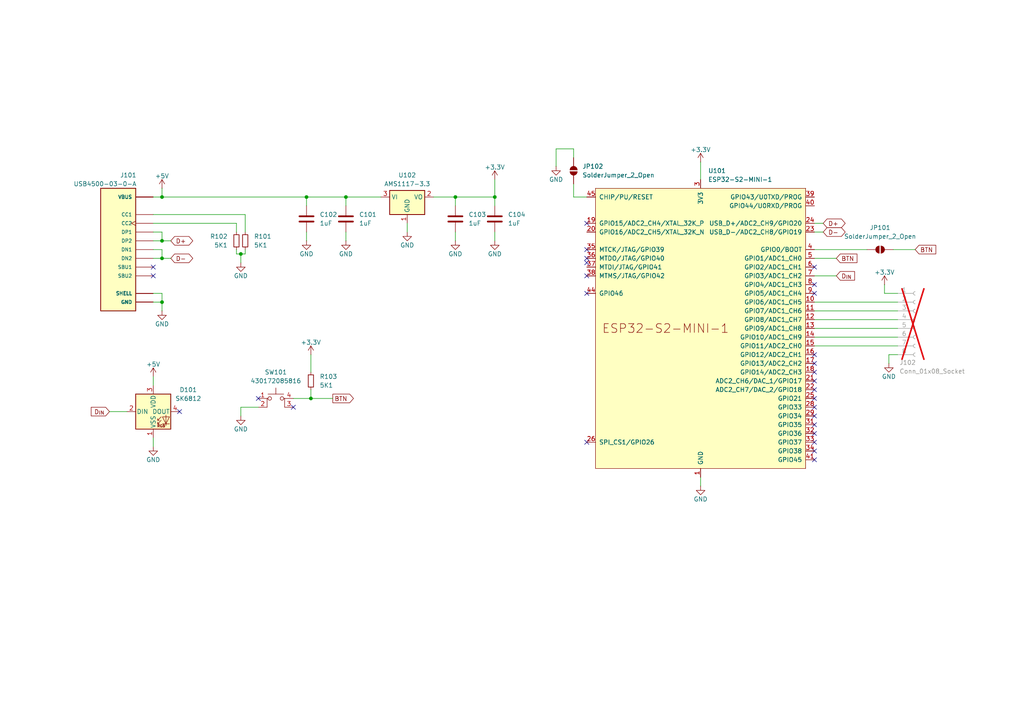
<source format=kicad_sch>
(kicad_sch (version 20231120) (generator "eeschema") (generator_version "8.0")
  (paper "A4")
  (title_block (date "2024-07-19") (rev "V1.0.0") (company "FunDeckHermit personal project"))
  (lib_symbols
    (symbol ".NIT_Capacitors_MLCC:C_0805_50V_1uF" (pin_numbers hide) (pin_names (offset 0.254))
      (property "Reference" "C?" (at 3.81 1.2701 0))
      (property "Value" "1uF" (at 3.81 -1.2699 0))
      (symbol "C_0805_50V_1uF_0_1"
        (polyline (pts (xy -2.032 -0.762) (xy 2.032 -0.762)) (stroke (width 0.508)))
        (polyline (pts (xy -2.032 0.762) (xy 2.032 0.762)) (stroke (width 0.508)))
      )
      (symbol "C_0805_50V_1uF_1_1"
        (pin passive line (at 0 3.81 270) (length 2.794) (name "~") (number "1"))
        (pin passive line (at 0 -3.81 90) (length 2.794) (name "~") (number "2"))
      )
    )
    (symbol ".NIT_Connectors:CON_GLOB_USB4500-03-0-A" (pin_numbers hide) (pin_names (offset 1.016))
      (property "Reference" "J?" (at 5.08 22.098 0))
      (property "Value" "USB4500-03-0-A" (at 5.08 20.066 0))
      (symbol "CON_GLOB_USB4500-03-0-A_0_0"
        (rectangle (start -5.08 17.78) (end 5.08 -17.78) (stroke (width 0.254)) (fill (type background)))
        (pin passive line (at -10.16 -15.24 0) (length 5.08) (name "GND") (number "A1"))
        (pin passive line (at -10.16 -15.24 0) (length 5.08) (name "GND") (number "A12"))
        (pin power_in line (at -10.16 15.24 0) (length 5.08) (name "VBUS") (number "A4"))
        (pin bidirectional line (at -10.16 10.16 0) (length 5.08) (name "CC1") (number "A5"))
        (pin bidirectional line (at -10.16 5.08 0) (length 5.08) (name "DP1") (number "A6"))
        (pin bidirectional line (at -10.16 0 0) (length 5.08) (name "DN1") (number "A7"))
        (pin bidirectional line (at -10.16 -5.08 0) (length 5.08) (name "SBU1") (number "A8"))
        (pin power_in line (at -10.16 15.24 0) (length 5.08) (name "VBUS") (number "A9"))
        (pin passive line (at -10.16 -15.24 0) (length 5.08) (name "GND") (number "B1"))
        (pin passive line (at -10.16 -15.24 0) (length 5.08) (name "GND") (number "B12"))
        (pin power_in line (at -10.16 15.24 0) (length 5.08) (name "VBUS") (number "B4"))
        (pin bidirectional clock (at -10.16 7.62 0) (length 5.08) (name "CC2") (number "B5"))
        (pin bidirectional line (at -10.16 2.54 0) (length 5.08) (name "DP2") (number "B6"))
        (pin bidirectional line (at -10.16 -2.54 0) (length 5.08) (name "DN2") (number "B7"))
        (pin bidirectional line (at -10.16 -7.62 0) (length 5.08) (name "SBU2") (number "B8"))
        (pin power_in line (at -10.16 15.24 0) (length 5.08) (name "VBUS") (number "B9"))
        (pin passive line (at -10.16 -12.7 0) (length 5.08) (name "SHELL") (number "S1"))
        (pin passive line (at -10.16 -12.7 0) (length 5.08) (name "SHELL") (number "S1"))
        (pin passive line (at -10.16 -12.7 0) (length 5.08) (name "SHELL") (number "S1"))
        (pin passive line (at -10.16 -12.7 0) (length 5.08) (name "SHELL") (number "S1"))
      )
    )
    (symbol ".NIT_Leds_and_Opto:LED_ADAF_SK6812" (pin_names (offset 0.254))
      (property "Reference" "D?" (at 3.556 -7.112 0))
      (property "Value" "SK6812" (at 1.016 -7.366 0))
      (symbol "LED_ADAF_SK6812_0_0"
        (text "RGB" (at 2.286 -4.191 0) (effects (font (size 0.762 0.762))))
      )
      (symbol "LED_ADAF_SK6812_0_1"
        (rectangle (start -5.08 5.08) (end 5.08 -5.08) (stroke (width 0.254)) (fill (type background)))
        (polyline (pts (xy 1.27 -3.556) (xy 1.778 -3.556)))
        (polyline (pts (xy 1.27 -2.54) (xy 1.778 -2.54)))
        (polyline (pts (xy 4.699 -3.556) (xy 2.667 -3.556)))
        (polyline (pts (xy 2.286 -2.54) (xy 1.27 -3.556) (xy 1.27 -3.048)))
        (polyline (pts (xy 2.286 -1.524) (xy 1.27 -2.54) (xy 1.27 -2.032)))
        (polyline (pts (xy 3.683 -1.016) (xy 3.683 -3.556) (xy 3.683 -4.064)))
        (polyline (pts (xy 4.699 -1.524) (xy 2.667 -1.524) (xy 3.683 -3.556) (xy 4.699 -1.524)))
      )
      (symbol "LED_ADAF_SK6812_1_1"
        (pin power_in line (at 0 -7.62 90) (length 2.54) (name "VSS") (number "1"))
        (pin input line (at -7.62 0 0) (length 2.54) (name "DIN") (number "2"))
        (pin power_in line (at 0 7.62 270) (length 2.54) (name "VDD") (number "3"))
        (pin output line (at 7.62 0 180) (length 2.54) (name "DOUT") (number "4"))
      )
    )
    (symbol ".NIT_Microcontrollers:MCU_ESP_ESP32-S2-MINI-1" (pin_names (offset 1.016))
      (property "Reference" "U?" (at -30.48 45.72 0))
      (property "Value" "ESP32-S2-MINI-1" (at -30.48 43.18 0))
      (symbol "MCU_ESP_ESP32-S2-MINI-1_0_0"
        (pin power_in line (at 0 -43.18 90) (length 2.54) (name "GND") (number "1"))
        (pin passive line (at 0 -43.18 90) (length 2.54) hide (name "GND") (number "43"))
        (pin input line (at -33.02 10.16 0) (length 2.54) (name "GPIO46") (number "44"))
        (pin bidirectional line (at -33.02 38.1 0) (length 2.54) (name "CHIP/PU/RESET") (number "45"))
        (pin passive line (at 0 -43.18 90) (length 2.54) hide (name "GND") (number "46"))
        (pin passive line (at 0 -43.18 90) (length 2.54) hide (name "GND") (number "47"))
        (pin passive line (at 0 -43.18 90) (length 2.54) hide (name "GND") (number "48"))
        (pin passive line (at 0 -43.18 90) (length 2.54) hide (name "GND") (number "49"))
        (pin passive line (at 0 -43.18 90) (length 2.54) hide (name "GND") (number "50"))
        (pin passive line (at 0 -43.18 90) (length 2.54) hide (name "GND") (number "51"))
        (pin passive line (at 0 -43.18 90) (length 2.54) hide (name "GND") (number "52"))
        (pin passive line (at 0 -43.18 90) (length 2.54) hide (name "GND") (number "53"))
        (pin passive line (at 0 -43.18 90) (length 2.54) hide (name "GND") (number "54"))
        (pin passive line (at 0 -43.18 90) (length 2.54) hide (name "GND") (number "55"))
        (pin passive line (at 0 -43.18 90) (length 2.54) hide (name "GND") (number "56"))
        (pin passive line (at 0 -43.18 90) (length 2.54) hide (name "GND") (number "57"))
        (pin passive line (at 0 -43.18 90) (length 2.54) hide (name "GND") (number "58"))
        (pin passive line (at 0 -43.18 90) (length 2.54) hide (name "GND") (number "59"))
        (pin passive line (at 0 -43.18 90) (length 2.54) hide (name "GND") (number "60"))
        (pin passive line (at 0 -43.18 90) (length 2.54) hide (name "GND") (number "61"))
        (pin passive line (at 0 -43.18 90) (length 2.54) hide (name "GND") (number "62"))
        (pin passive line (at 0 -43.18 90) (length 2.54) hide (name "GND") (number "63"))
        (pin passive line (at 0 -43.18 90) (length 2.54) hide (name "GND") (number "64"))
        (pin passive line (at 0 -43.18 90) (length 2.54) hide (name "GND") (number "65"))
      )
      (symbol "MCU_ESP_ESP32-S2-MINI-1_0_1"
        (rectangle (start -30.48 40.64) (end 30.48 -40.64) (fill (type background)))
      )
      (symbol "MCU_ESP_ESP32-S2-MINI-1_1_1"
        (text "ESP32-S2-MINI-1" (at -10.16 0 0) (effects (font (size 2.54 2.54))))
        (pin bidirectional line (at 33.02 7.62 180) (length 2.54) (name "GPIO6/ADC1_CH5") (number "10"))
        (pin bidirectional line (at 33.02 5.08 180) (length 2.54) (name "GPIO7/ADC1_CH6") (number "11"))
        (pin bidirectional line (at 33.02 2.54 180) (length 2.54) (name "GPIO8/ADC1_CH7") (number "12"))
        (pin bidirectional line (at 33.02 0 180) (length 2.54) (name "GPIO9/ADC1_CH8") (number "13"))
        (pin bidirectional line (at 33.02 -2.54 180) (length 2.54) (name "GPIO10/ADC1_CH9") (number "14"))
        (pin bidirectional line (at 33.02 -5.08 180) (length 2.54) (name "GPIO11/ADC2_CH0") (number "15"))
        (pin bidirectional line (at 33.02 -7.62 180) (length 2.54) (name "GPIO12/ADC2_CH1") (number "16"))
        (pin bidirectional line (at 33.02 -10.16 180) (length 2.54) (name "GPIO13/ADC2_CH2") (number "17"))
        (pin bidirectional line (at 33.02 -12.7 180) (length 2.54) (name "GPIO14/ADC2_CH3") (number "18"))
        (pin bidirectional line (at -33.02 30.48 0) (length 2.54) (name "GPIO15/ADC2_CH4/XTAL_32K_P") (number "19"))
        (pin passive line (at 0 -43.18 90) (length 2.54) hide (name "GND") (number "2"))
        (pin bidirectional line (at -33.02 27.94 0) (length 2.54) (name "GPIO16/ADC2_CH5/XTAL_32K_N") (number "20"))
        (pin bidirectional line (at 33.02 -15.24 180) (length 2.54) (name "ADC2_CH6/DAC_1/GPIO17") (number "21"))
        (pin bidirectional line (at 33.02 -17.78 180) (length 2.54) (name "ADC2_CH7/DAC_2/GPIO18") (number "22"))
        (pin bidirectional line (at 33.02 27.94 180) (length 2.54) (name "USB_D-/ADC2_CH8/GPIO19") (number "23"))
        (pin bidirectional line (at 33.02 30.48 180) (length 2.54) (name "USB_D+/ADC2_CH9/GPIO20") (number "24"))
        (pin bidirectional line (at 33.02 -20.32 180) (length 2.54) (name "GPIO21") (number "25"))
        (pin bidirectional line (at -33.02 -33.02 0) (length 2.54) (name "SPI_CS1/GPIO26") (number "26"))
        (pin no_connect line (at -30.48 -38.1 0) (length 2.54) hide (name "NC") (number "27"))
        (pin bidirectional line (at 33.02 -22.86 180) (length 2.54) (name "GPIO33") (number "28"))
        (pin bidirectional line (at 33.02 -25.4 180) (length 2.54) (name "GPIO34") (number "29"))
        (pin power_in line (at 0 43.18 270) (length 2.54) (name "3V3") (number "3"))
        (pin passive line (at 0 -43.18 90) (length 2.54) hide (name "GND") (number "30"))
        (pin bidirectional line (at 33.02 -27.94 180) (length 2.54) (name "GPIO35") (number "31"))
        (pin bidirectional line (at 33.02 -30.48 180) (length 2.54) (name "GPIO36") (number "32"))
        (pin bidirectional line (at 33.02 -33.02 180) (length 2.54) (name "GPIO37") (number "33"))
        (pin bidirectional line (at 33.02 -35.56 180) (length 2.54) (name "GPIO38") (number "34"))
        (pin bidirectional line (at -33.02 22.86 0) (length 2.54) (name "MTCK/JTAG/GPIO39") (number "35"))
        (pin bidirectional line (at -33.02 20.32 0) (length 2.54) (name "MTDO/JTAG/GPIO40") (number "36"))
        (pin bidirectional line (at -33.02 17.78 0) (length 2.54) (name "MTDI/JTAG/GPIO41") (number "37"))
        (pin bidirectional line (at -33.02 15.24 0) (length 2.54) (name "MTMS/JTAG/GPIO42") (number "38"))
        (pin bidirectional line (at 33.02 38.1 180) (length 2.54) (name "GPIO43/U0TXD/PROG") (number "39"))
        (pin bidirectional line (at 33.02 22.86 180) (length 2.54) (name "GPIO0/BOOT") (number "4"))
        (pin bidirectional line (at 33.02 35.56 180) (length 2.54) (name "GPIO44/U0RXD/PROG") (number "40"))
        (pin bidirectional line (at 33.02 -38.1 180) (length 2.54) (name "GPIO45") (number "41"))
        (pin passive line (at 0 -43.18 90) (length 2.54) hide (name "GND") (number "42"))
        (pin bidirectional line (at 33.02 20.32 180) (length 2.54) (name "GPIO1/ADC1_CH0") (number "5"))
        (pin bidirectional line (at 33.02 17.78 180) (length 2.54) (name "GPIO2/ADC1_CH1") (number "6"))
        (pin bidirectional line (at 33.02 15.24 180) (length 2.54) (name "GPIO3/ADC1_CH2") (number "7"))
        (pin bidirectional line (at 33.02 12.7 180) (length 2.54) (name "GPIO4/ADC1_CH3") (number "8"))
        (pin bidirectional line (at 33.02 10.16 180) (length 2.54) (name "GPIO5/ADC1_CH4") (number "9"))
      )
    )
    (symbol ".NIT_Resistors:R_0603__5K1" (pin_numbers hide) (pin_names (offset 0.254) hide)
      (property "Reference" "R?" (at 2.54 1.2701 0))
      (property "Value" "5K1" (at 2.54 -1.2699 0))
      (symbol "R_0603__5K1_0_1"
        (rectangle (start -0.762 1.778) (end 0.762 -1.778) (stroke (width 0.2032)))
      )
      (symbol "R_0603__5K1_1_1"
        (pin passive line (at 0 2.54 270) (length 0.762) (name "~") (number "1"))
        (pin passive line (at 0 -2.54 90) (length 0.762) (name "~") (number "2"))
      )
    )
    (symbol ".NIT_User_Inputs:BTN_MTRY_430172085816"
      (property "Reference" "SW?" (at 0 8.89 0))
      (property "Value" "430172085816" (at 0 6.35 0))
      (symbol "BTN_MTRY_430172085816_0_1"
        (circle (center -1.778 1.27) (radius 0.508))
        (polyline (pts (xy -2.286 2.54) (xy 2.286 2.54)))
        (polyline (pts (xy 0 2.54) (xy 0 4.318)))
        (polyline (pts (xy -2.54 -1.27) (xy -2.54 1.27) (xy -2.286 1.27)))
        (polyline (pts (xy 2.54 -1.27) (xy 2.54 1.27) (xy 2.286 1.27)))
        (circle (center 1.778 1.27) (radius 0.508))
      )
      (symbol "BTN_MTRY_430172085816_1_1"
        (pin passive line (at -5.08 1.27 0) (length 2.54) (name "") (number "1"))
        (pin passive line (at -5.08 -1.27 0) (length 2.54) (name "") (number "2"))
        (pin passive line (at 5.08 -1.27 180) (length 2.54) (name "") (number "3"))
        (pin passive line (at 5.08 1.27 180) (length 2.54) (name "") (number "4"))
      )
    )
    (symbol "Connector:Conn_01x08_Socket" (pin_names (offset 1.016) hide)
      (property "Reference" "J" (at 0 10.16 0))
      (property "Value" "Conn_01x08_Socket" (at 0 -12.7 0))
      (symbol "Conn_01x08_Socket_1_1"
        (arc (start 0 -9.652) (mid -0.5058 -10.16) (end 0 -10.668) (stroke (width 0.1524)))
        (arc (start 0 -7.112) (mid -0.5058 -7.62) (end 0 -8.128) (stroke (width 0.1524)))
        (arc (start 0 -4.572) (mid -0.5058 -5.08) (end 0 -5.588) (stroke (width 0.1524)))
        (arc (start 0 -2.032) (mid -0.5058 -2.54) (end 0 -3.048) (stroke (width 0.1524)))
        (polyline (pts (xy -1.27 -10.16) (xy -0.508 -10.16)) (stroke (width 0.1524)))
        (polyline (pts (xy -1.27 -7.62) (xy -0.508 -7.62)) (stroke (width 0.1524)))
        (polyline (pts (xy -1.27 -5.08) (xy -0.508 -5.08)) (stroke (width 0.1524)))
        (polyline (pts (xy -1.27 -2.54) (xy -0.508 -2.54)) (stroke (width 0.1524)))
        (polyline (pts (xy -1.27 0) (xy -0.508 0)) (stroke (width 0.1524)))
        (polyline (pts (xy -1.27 2.54) (xy -0.508 2.54)) (stroke (width 0.1524)))
        (polyline (pts (xy -1.27 5.08) (xy -0.508 5.08)) (stroke (width 0.1524)))
        (polyline (pts (xy -1.27 7.62) (xy -0.508 7.62)) (stroke (width 0.1524)))
        (arc (start 0 0.508) (mid -0.5058 0) (end 0 -0.508) (stroke (width 0.1524)))
        (arc (start 0 3.048) (mid -0.5058 2.54) (end 0 2.032) (stroke (width 0.1524)))
        (arc (start 0 5.588) (mid -0.5058 5.08) (end 0 4.572) (stroke (width 0.1524)))
        (arc (start 0 8.128) (mid -0.5058 7.62) (end 0 7.112) (stroke (width 0.1524)))
        (pin passive line (at -5.08 7.62 0) (length 3.81) (name "Pin_1") (number "1"))
        (pin passive line (at -5.08 5.08 0) (length 3.81) (name "Pin_2") (number "2"))
        (pin passive line (at -5.08 2.54 0) (length 3.81) (name "Pin_3") (number "3"))
        (pin passive line (at -5.08 0 0) (length 3.81) (name "Pin_4") (number "4"))
        (pin passive line (at -5.08 -2.54 0) (length 3.81) (name "Pin_5") (number "5"))
        (pin passive line (at -5.08 -5.08 0) (length 3.81) (name "Pin_6") (number "6"))
        (pin passive line (at -5.08 -7.62 0) (length 3.81) (name "Pin_7") (number "7"))
        (pin passive line (at -5.08 -10.16 0) (length 3.81) (name "Pin_8") (number "8"))
      )
    )
    (symbol "Jumper:SolderJumper_2_Open" (pin_numbers hide) (pin_names (offset 0) hide) (exclude_from_sim yes) (in_bom no)
      (property "Reference" "JP" (at 0 2.032 0))
      (property "Value" "SolderJumper_2_Open" (at 0 -2.54 0))
      (symbol "SolderJumper_2_Open_0_1"
        (arc (start -0.254 1.016) (mid -1.2656 0) (end -0.254 -1.016))
        (arc (start -0.254 1.016) (mid -1.2656 0) (end -0.254 -1.016) (fill (type outline)))
        (polyline (pts (xy -0.254 1.016) (xy -0.254 -1.016)))
        (polyline (pts (xy 0.254 1.016) (xy 0.254 -1.016)))
        (arc (start 0.254 -1.016) (mid 1.2656 0) (end 0.254 1.016))
        (arc (start 0.254 -1.016) (mid 1.2656 0) (end 0.254 1.016) (fill (type outline)))
      )
      (symbol "SolderJumper_2_Open_1_1"
        (pin passive line (at -3.81 0 0) (length 2.54) (name "A") (number "1"))
        (pin passive line (at 3.81 0 180) (length 2.54) (name "B") (number "2"))
      )
    )
    (symbol "Regulator_Linear:AMS1117-3.3"
      (property "Reference" "U" (at -3.81 3.175 0))
      (property "Value" "AMS1117-3.3" (at 0 3.175 0))
      (symbol "AMS1117-3.3_0_1"
        (rectangle (start -5.08 -5.08) (end 5.08 1.905) (stroke (width 0.254)) (fill (type background)))
      )
      (symbol "AMS1117-3.3_1_1"
        (pin power_in line (at 0 -7.62 90) (length 2.54) (name "GND") (number "1"))
        (pin power_out line (at 7.62 0 180) (length 2.54) (name "VO") (number "2"))
        (pin power_in line (at -7.62 0 0) (length 2.54) (name "VI") (number "3"))
      )
    )
    (symbol "power:+3.3V" (power) (pin_numbers hide) (pin_names (offset 0) hide)
      (property "Value" "+3.3V" (at 0 3.556 0))
      (symbol "+3.3V_0_1"
        (polyline (pts (xy -0.762 1.27) (xy 0 2.54)))
        (polyline (pts (xy 0 0) (xy 0 2.54)))
        (polyline (pts (xy 0 2.54) (xy 0.762 1.27)))
      )
      (symbol "+3.3V_1_1"
        (pin power_in line (at 0 0 90) (length 0) (name "~") (number "1"))
      )
    )
    (symbol "power:+5V" (power) (pin_numbers hide) (pin_names (offset 0) hide)
      (property "Value" "+5V" (at 0 3.556 0))
      (symbol "+5V_0_1"
        (polyline (pts (xy -0.762 1.27) (xy 0 2.54)))
        (polyline (pts (xy 0 0) (xy 0 2.54)))
        (polyline (pts (xy 0 2.54) (xy 0.762 1.27)))
      )
      (symbol "+5V_1_1"
        (pin power_in line (at 0 0 90) (length 0) (name "~") (number "1"))
      )
    )
    (symbol "power:GND" (power) (pin_numbers hide) (pin_names (offset 0) hide)
      (property "Value" "GND" (at 0 -3.81 0))
      (symbol "GND_0_1"
        (polyline (pts (xy 0 0) (xy 0 -1.27) (xy 1.27 -1.27) (xy 0 -2.54) (xy -1.27 -1.27) (xy 0 -1.27)))
      )
      (symbol "GND_1_1"
        (pin power_in line (at 0 0 270) (length 0) (name "~") (number "1"))
      )
    )
  )
  (junction (at 100.33 57.15))
  (junction (at 143.51 57.15))
  (junction (at 46.99 57.15))
  (junction (at 132.08 57.15))
  (junction (at 69.85 73.66))
  (junction (at 46.99 74.93))
  (junction (at 46.99 87.63))
  (junction (at 46.99 69.85))
  (junction (at 88.9 57.15))
  (junction (at 90.17 115.57))
  (no_connect (at 170.18 72.39))
  (no_connect (at 236.22 123.19))
  (no_connect (at 236.22 107.95))
  (no_connect (at 170.18 74.93))
  (no_connect (at 170.18 80.01))
  (no_connect (at 44.45 80.01))
  (no_connect (at 236.22 118.11))
  (no_connect (at 236.22 102.87))
  (no_connect (at 52.07 119.38))
  (no_connect (at 236.22 120.65))
  (no_connect (at 236.22 105.41))
  (no_connect (at 236.22 85.09))
  (no_connect (at 44.45 77.47))
  (no_connect (at 236.22 125.73))
  (no_connect (at 170.18 128.27))
  (no_connect (at 236.22 82.55))
  (no_connect (at 236.22 128.27))
  (no_connect (at 236.22 113.03))
  (no_connect (at 170.18 85.09))
  (no_connect (at 236.22 130.81))
  (no_connect (at 236.22 110.49))
  (no_connect (at 170.18 76.2))
  (no_connect (at 236.22 115.57))
  (no_connect (at 74.93 115.57))
  (no_connect (at 170.18 64.77))
  (no_connect (at 85.09 118.11))
  (no_connect (at 236.22 133.35))
  (no_connect (at 236.22 77.47))
  (wire (pts (xy 100.33 67.31) (xy 100.33 69.85)))
  (wire (pts (xy 46.99 69.85) (xy 44.45 69.85)))
  (wire (pts (xy 166.37 43.18) (xy 161.29 43.18)))
  (wire (pts (xy 236.22 92.71) (xy 260.35 92.71)))
  (wire (pts (xy 44.45 111.76) (xy 44.45 109.22)))
  (wire (pts (xy 259.08 72.39) (xy 265.43 72.39)))
  (wire (pts (xy 100.33 57.15) (xy 110.49 57.15)))
  (wire (pts (xy 132.08 67.31) (xy 132.08 69.85)))
  (wire (pts (xy 46.99 74.93) (xy 49.53 74.93)))
  (wire (pts (xy 44.45 67.31) (xy 46.99 67.31)))
  (wire (pts (xy 257.81 102.87) (xy 257.81 105.41)))
  (wire (pts (xy 46.99 87.63) (xy 46.99 90.17)))
  (wire (pts (xy 90.17 115.57) (xy 96.52 115.57)))
  (wire (pts (xy 236.22 80.01) (xy 242.57 80.01)))
  (wire (pts (xy 236.22 100.33) (xy 260.35 100.33)))
  (wire (pts (xy 256.54 82.55) (xy 256.54 85.09)))
  (wire (pts (xy 118.11 64.77) (xy 118.11 67.31)))
  (wire (pts (xy 125.73 57.15) (xy 132.08 57.15)))
  (wire (pts (xy 236.22 90.17) (xy 260.35 90.17)))
  (wire (pts (xy 88.9 57.15) (xy 88.9 59.69)))
  (wire (pts (xy 71.12 62.23) (xy 71.12 67.31)))
  (wire (pts (xy 100.33 57.15) (xy 100.33 59.69)))
  (wire (pts (xy 44.45 85.09) (xy 46.99 85.09)))
  (wire (pts (xy 46.99 69.85) (xy 49.53 69.85)))
  (wire (pts (xy 143.51 67.31) (xy 143.51 69.85)))
  (wire (pts (xy 68.58 72.39) (xy 68.58 73.66)))
  (wire (pts (xy 69.85 73.66) (xy 69.85 76.2)))
  (wire (pts (xy 69.85 118.11) (xy 69.85 120.65)))
  (wire (pts (xy 71.12 73.66) (xy 69.85 73.66)))
  (wire (pts (xy 143.51 57.15) (xy 143.51 52.07)))
  (wire (pts (xy 31.75 119.38) (xy 36.83 119.38)))
  (wire (pts (xy 46.99 74.93) (xy 44.45 74.93)))
  (wire (pts (xy 46.99 85.09) (xy 46.99 87.63)))
  (wire (pts (xy 46.99 67.31) (xy 46.99 69.85)))
  (wire (pts (xy 166.37 45.72) (xy 166.37 43.18)))
  (wire (pts (xy 44.45 72.39) (xy 46.99 72.39)))
  (wire (pts (xy 46.99 72.39) (xy 46.99 74.93)))
  (wire (pts (xy 90.17 107.95) (xy 90.17 102.87)))
  (wire (pts (xy 88.9 67.31) (xy 88.9 69.85)))
  (wire (pts (xy 46.99 57.15) (xy 88.9 57.15)))
  (wire (pts (xy 236.22 64.77) (xy 238.76 64.77)))
  (wire (pts (xy 203.2 138.43) (xy 203.2 140.97)))
  (wire (pts (xy 166.37 57.15) (xy 166.37 53.34)))
  (wire (pts (xy 71.12 72.39) (xy 71.12 73.66)))
  (wire (pts (xy 236.22 87.63) (xy 260.35 87.63)))
  (wire (pts (xy 88.9 57.15) (xy 100.33 57.15)))
  (wire (pts (xy 236.22 95.25) (xy 260.35 95.25)))
  (wire (pts (xy 236.22 74.93) (xy 242.57 74.93)))
  (wire (pts (xy 68.58 67.31) (xy 68.58 64.77)))
  (wire (pts (xy 85.09 115.57) (xy 90.17 115.57)))
  (wire (pts (xy 46.99 57.15) (xy 46.99 54.61)))
  (wire (pts (xy 44.45 87.63) (xy 46.99 87.63)))
  (wire (pts (xy 203.2 52.07) (xy 203.2 46.99)))
  (wire (pts (xy 170.18 57.15) (xy 166.37 57.15)))
  (wire (pts (xy 44.45 64.77) (xy 68.58 64.77)))
  (wire (pts (xy 44.45 127) (xy 44.45 129.54)))
  (wire (pts (xy 161.29 43.18) (xy 161.29 48.26)))
  (wire (pts (xy 143.51 57.15) (xy 143.51 59.69)))
  (wire (pts (xy 69.85 118.11) (xy 74.93 118.11)))
  (wire (pts (xy 132.08 57.15) (xy 143.51 57.15)))
  (wire (pts (xy 44.45 62.23) (xy 71.12 62.23)))
  (wire (pts (xy 236.22 72.39) (xy 251.46 72.39)))
  (wire (pts (xy 236.22 97.79) (xy 260.35 97.79)))
  (wire (pts (xy 44.45 57.15) (xy 46.99 57.15)))
  (wire (pts (xy 257.81 102.87) (xy 260.35 102.87)))
  (wire (pts (xy 132.08 57.15) (xy 132.08 59.69)))
  (wire (pts (xy 256.54 85.09) (xy 260.35 85.09)))
  (wire (pts (xy 236.22 67.31) (xy 238.76 67.31)))
  (wire (pts (xy 90.17 115.57) (xy 90.17 113.03)))
  (wire (pts (xy 68.58 73.66) (xy 69.85 73.66)))
  (global_label "BTN" (shape output) (at 96.52 115.57 0) (property "Intersheetrefs" "${INTERSHEET_REFS}" (effects (hide yes))))
  (global_label "D+" (shape bidirectional) (at 238.76 64.77 0) (property "Intersheetrefs" "${INTERSHEET_REFS}" (effects (hide yes))))
  (global_label "D+" (shape bidirectional) (at 49.53 69.85 0) (property "Intersheetrefs" "${INTERSHEET_REFS}" (effects (hide yes))))
  (global_label "BTN" (shape input) (at 242.57 74.93 0) (property "Intersheetrefs" "${INTERSHEET_REFS}" (effects (hide yes))))
  (global_label "BTN" (shape input) (at 265.43 72.39 0) (property "Intersheetrefs" "${INTERSHEET_REFS}" (effects (hide yes))))
  (global_label "D-" (shape bidirectional) (at 49.53 74.93 0) (property "Intersheetrefs" "${INTERSHEET_REFS}" (effects (hide yes))))
  (global_label "D_{IN}" (shape input) (at 31.75 119.38 180) (property "Intersheetrefs" "${INTERSHEET_REFS}" (effects (hide yes))))
  (global_label "D_{IN}" (shape input) (at 242.57 80.01 0) (property "Intersheetrefs" "${INTERSHEET_REFS}" (effects (hide yes))))
  (global_label "D-" (shape bidirectional) (at 238.76 67.31 0) (property "Intersheetrefs" "${INTERSHEET_REFS}" (effects (hide yes))))
  (symbol (lib_id ".NIT_Resistors:R_0603__5K1") (at 71.12 69.85 0) (unit 1)
    (property "Reference" "R101" (at 73.66 68.5799 0) (effects (justify left)))
    (property "Value" "5K1" (at 73.66 71.1199 0) (effects (justify left)))
    (property "Footprint" "Resistor_SMD:R_0603_1608Metric" (effects (hide yes)))
    (property "Description" "Resistor, small symbol" (effects (hide yes)))
    (property "S1 Price @ 100" "0.007" (effects (hide yes)))
    (property "S1 Part number" "603-RC0603FR-075K1L" (effects (hide yes)))
    (property "S1 Part link" "https://mou.sr/3Y5Ui4a" (effects (hide yes)))
    (property "S1 Description" "Weerstanden met dikke folie - SMD 5.1 kOhms 100mW 0603 1%" (effects (hide yes)))
    (property "MF" "YAGEO" (effects (hide yes)))
    (property "MP" "RC0603FR-075K1L" (effects (hide yes)))
    (property "Update date" "10-07-2024" (effects (hide yes)))
  )
  (symbol (lib_id ".NIT_Capacitors_MLCC:C_0805_50V_1uF") (at 88.9 63.5 0) (unit 1)
    (property "Reference" "C102" (at 92.71 62.2299 0) (effects (justify left)))
    (property "Value" "1uF" (at 92.71 64.7699 0) (effects (justify left)))
    (property "Footprint" "Capacitor_SMD:C_0805_2012Metric" (effects (hide yes)))
    (property "Datasheet" "https://nl.mouser.com/datasheet/2/396/Tayio_Yuden_1102023_MS_mlcc_all_e-3081579.pdf" (effects (hide yes)))
    (property "Description" "Multilayer Ceramic Capacitor 1uF" (effects (hide yes)))
    (property "%Cap @8V" "40" (effects (hide yes)))
    (property "S1 Price @ 100" "0.054" (effects (hide yes)))
    (property "S1 Part number" " 963-MSASU21GSB7105KT" (effects (hide yes)))
    (property "MP" "MSASU21GSB7105KTNA01" (effects (hide yes)))
    (property "S1 Part link" "https://mou.sr/3xeLuhc" (effects (hide yes)))
    (property "S1 Description" "Meerlaagse keramische condensatoren MLCC - SMD/SMT 50V 1uF X7R 0805 10 %" (effects (hide yes)))
    (property "MF" "TAIYO YUDEN" (effects (hide yes)))
    (property "Temp code" "X7R" (effects (hide yes)))
    (property "Update date" "30-03-2024" (effects (hide yes)))
  )
  (symbol (lib_id "power:GND") (at 88.9 69.85 0) (unit 1)
    (property "Reference" "#PWR0111" (effects (hide yes)))
    (property "Value" "GND" (at 88.9 73.66 0))
    (property "Description" "Power symbol creates a global label with name \"GND\" , ground" (effects (hide yes)))
  )
  (symbol (lib_id "power:+5V") (at 46.99 54.61 0) (unit 1)
    (property "Reference" "#PWR0103" (effects (hide yes)))
    (property "Value" "+5V" (at 46.99 51.054 0))
    (property "Description" "Power symbol creates a global label with name \"+5V\"" (effects (hide yes)))
  )
  (symbol (lib_id "Connector:Conn_01x08_Socket") (at 265.43 92.71 0) (unit 1) (dnp yes)
    (property "Reference" "J102" (at 260.858 105.156 0) (effects (justify left)))
    (property "Value" "Conn_01x08_Socket" (at 260.858 107.696 0) (effects (justify left)))
    (property "Footprint" "Connector_PinHeader_2.54mm:PinHeader_1x08_P2.54mm_Vertical" (effects (hide yes)))
    (property "Description" "Generic connector, single row, 01x08, script generated" (effects (hide yes)))
  )
  (symbol (lib_id ".NIT_Resistors:R_0603__5K1") (at 68.58 69.85 0) (mirror y) (unit 1)
    (property "Reference" "R102" (at 66.04 68.5799 0) (effects (justify left)))
    (property "Value" "5K1" (at 66.04 71.1199 0) (effects (justify left)))
    (property "Footprint" "Resistor_SMD:R_0603_1608Metric" (effects (hide yes)))
    (property "Description" "Resistor, small symbol" (effects (hide yes)))
    (property "S1 Price @ 100" "0.007" (effects (hide yes)))
    (property "S1 Part number" "603-RC0603FR-075K1L" (effects (hide yes)))
    (property "S1 Part link" "https://mou.sr/3Y5Ui4a" (effects (hide yes)))
    (property "S1 Description" "Weerstanden met dikke folie - SMD 5.1 kOhms 100mW 0603 1%" (effects (hide yes)))
    (property "MF" "YAGEO" (effects (hide yes)))
    (property "MP" "RC0603FR-075K1L" (effects (hide yes)))
    (property "Update date" "10-07-2024" (effects (hide yes)))
  )
  (symbol (lib_id "power:+3.3V") (at 203.2 46.99 0) (unit 1)
    (property "Reference" "#PWR0115" (effects (hide yes)))
    (property "Value" "+3.3V" (at 203.2 43.434 0))
    (property "Description" "Power symbol creates a global label with name \"+3.3V\"" (effects (hide yes)))
  )
  (symbol (lib_id "power:GND") (at 100.33 69.85 0) (unit 1)
    (property "Reference" "#PWR0112" (effects (hide yes)))
    (property "Value" "GND" (at 100.33 73.66 0))
    (property "Description" "Power symbol creates a global label with name \"GND\" , ground" (effects (hide yes)))
  )
  (symbol (lib_id "power:+3.3V") (at 90.17 102.87 0) (unit 1)
    (property "Reference" "#PWR0110" (effects (hide yes)))
    (property "Value" "+3.3V" (at 90.17 99.314 0))
    (property "Description" "Power symbol creates a global label with name \"+3.3V\"" (effects (hide yes)))
  )
  (symbol (lib_id ".NIT_Capacitors_MLCC:C_0805_50V_1uF") (at 143.51 63.5 0) (unit 1)
    (property "Reference" "C104" (at 147.32 62.2299 0) (effects (justify left)))
    (property "Value" "1uF" (at 147.32 64.7699 0) (effects (justify left)))
    (property "Footprint" "Capacitor_SMD:C_0805_2012Metric" (effects (hide yes)))
    (property "Datasheet" "https://nl.mouser.com/datasheet/2/396/Tayio_Yuden_1102023_MS_mlcc_all_e-3081579.pdf" (effects (hide yes)))
    (property "Description" "Multilayer Ceramic Capacitor 1uF" (effects (hide yes)))
    (property "%Cap @8V" "40" (effects (hide yes)))
    (property "S1 Price @ 100" "0.054" (effects (hide yes)))
    (property "S1 Part number" " 963-MSASU21GSB7105KT" (effects (hide yes)))
    (property "MP" "MSASU21GSB7105KTNA01" (effects (hide yes)))
    (property "S1 Part link" "https://mou.sr/3xeLuhc" (effects (hide yes)))
    (property "S1 Description" "Meerlaagse keramische condensatoren MLCC - SMD/SMT 50V 1uF X7R 0805 10 %" (effects (hide yes)))
    (property "MF" "TAIYO YUDEN" (effects (hide yes)))
    (property "Temp code" "X7R" (effects (hide yes)))
    (property "Update date" "30-03-2024" (effects (hide yes)))
  )
  (symbol (lib_id ".NIT_Resistors:R_0603__5K1") (at 90.17 110.49 0) (unit 1)
    (property "Reference" "R103" (at 92.71 109.2199 0) (effects (justify left)))
    (property "Value" "5K1" (at 92.71 111.7599 0) (effects (justify left)))
    (property "Footprint" "Resistor_SMD:R_0603_1608Metric" (effects (hide yes)))
    (property "Description" "Resistor, small symbol" (effects (hide yes)))
    (property "S1 Price @ 100" "0.007" (effects (hide yes)))
    (property "S1 Part number" "603-RC0603FR-075K1L" (effects (hide yes)))
    (property "S1 Part link" "https://mou.sr/3Y5Ui4a" (effects (hide yes)))
    (property "S1 Description" "Weerstanden met dikke folie - SMD 5.1 kOhms 100mW 0603 1%" (effects (hide yes)))
    (property "MF" "YAGEO" (effects (hide yes)))
    (property "MP" "RC0603FR-075K1L" (effects (hide yes)))
    (property "Update date" "10-07-2024" (effects (hide yes)))
  )
  (symbol (lib_id "power:GND") (at 69.85 76.2 0) (unit 1)
    (property "Reference" "#PWR0102" (effects (hide yes)))
    (property "Value" "GND" (at 69.85 80.01 0))
    (property "Description" "Power symbol creates a global label with name \"GND\" , ground" (effects (hide yes)))
  )
  (symbol (lib_id "power:+3.3V") (at 256.54 82.55 0) (unit 1)
    (property "Reference" "#PWR0118" (effects (hide yes)))
    (property "Value" "+3.3V" (at 256.54 78.994 0))
    (property "Description" "Power symbol creates a global label with name \"+3.3V\"" (effects (hide yes)))
  )
  (symbol (lib_id ".NIT_Leds_and_Opto:LED_ADAF_SK6812") (at 44.45 119.38 0) (unit 1)
    (property "Reference" "D101" (at 54.61 113.0614 0))
    (property "Value" "SK6812" (at 54.61 115.6014 0))
    (property "Footprint" "LED_SMD:LED_SK6812_PLCC4_5.0x5.0mm_P3.2mm" (effects (hide yes)))
    (property "Datasheet" "https://cdn-shop.adafruit.com/product-files/1138/SK6812+LED+datasheet+.pdf" (effects (hide yes)))
    (property "Description" "5x5mm, RGB, Addressable Lighting Neopixel 10 LED Discrete Serial (Shift Register)" (effects (hide yes)))
    (property "MF" "Adafruit" (effects (hide yes)))
    (property "MP" "1655" (effects (hide yes)))
    (property "S1 Price @ 100" "4.19" (effects (hide yes)))
    (property "S1 Part number" "485-1655" (effects (hide yes)))
    (property "S1 Part link" "https://mou.sr/48MnTmg" (effects (hide yes)))
    (property "S1 Description" "Adafruit Accessories SK6812 LEDs w/driverchip-10pack" (effects (hide yes)))
    (property "Update date" "10-10-2023" (effects (hide yes)))
  )
  (symbol (lib_id "power:GND") (at 257.81 105.41 0) (unit 1)
    (property "Reference" "#PWR0117" (effects (hide yes)))
    (property "Value" "GND" (at 257.81 109.22 0))
    (property "Description" "Power symbol creates a global label with name \"GND\" , ground" (effects (hide yes)))
  )
  (symbol (lib_id "power:GND") (at 46.99 90.17 0) (unit 1)
    (property "Reference" "#PWR0101" (effects (hide yes)))
    (property "Value" "GND" (at 46.99 93.98 0))
    (property "Description" "Power symbol creates a global label with name \"GND\" , ground" (effects (hide yes)))
  )
  (symbol (lib_id "power:+5V") (at 44.45 109.22 0) (unit 1)
    (property "Reference" "#PWR0105" (effects (hide yes)))
    (property "Value" "+5V" (at 44.45 105.664 0))
    (property "Description" "Power symbol creates a global label with name \"+5V\"" (effects (hide yes)))
  )
  (symbol (lib_id "power:GND") (at 118.11 67.31 0) (unit 1)
    (property "Reference" "#PWR0107" (effects (hide yes)))
    (property "Value" "GND" (at 118.11 71.12 0))
    (property "Description" "Power symbol creates a global label with name \"GND\" , ground" (effects (hide yes)))
  )
  (symbol (lib_id ".NIT_User_Inputs:BTN_MTRY_430172085816") (at 80.01 116.84 0) (unit 1)
    (property "Reference" "SW101" (at 80.01 107.95 0))
    (property "Value" "430172085816" (at 80.01 110.49 0))
    (property "Footprint" "_projectlib:btn_momentary_430172085816" (effects (hide yes)))
    (property "Datasheet" "https://www.we-online.com/components/products/datasheet/430172085816.pdf" (effects (hide yes)))
    (property "Description" "12x12mm, SMD Drukschakelaars WS-TASV Tact Switch NO raised (8.5mm) button (Ø=6.8mm)" (effects (hide yes)))
    (property "S1 Price @ 100" "0.416" (effects (hide yes)))
    (property "S1 Part Number" "710-430172085816" (effects (hide yes)))
    (property "S1 Part link" "https://mou.sr/48x3ktK" (effects (hide yes)))
    (property "S1 Description" "Drukschakelaars WS-TASV Tact Switch NO" (effects (hide yes)))
    (property "MF" "Wurth Elektronik" (effects (hide yes)))
    (property "MP" "430172085816" (effects (hide yes)))
    (property "Update date" "05-05-2024" (effects (hide yes)))
  )
  (symbol (lib_id "Jumper:SolderJumper_2_Open") (at 166.37 49.53 90) (unit 1) (exclude_from_sim yes) (in_bom no)
    (property "Reference" "JP102" (at 168.91 48.2599 90) (effects (justify right)))
    (property "Value" "SolderJumper_2_Open" (at 168.91 50.7999 90) (effects (justify right)))
    (property "Footprint" "Jumper:SolderJumper-2_P1.3mm_Open_TrianglePad1.0x1.5mm" (effects (hide yes)))
    (property "Description" "Solder Jumper, 2-pole, open" (effects (hide yes)))
  )
  (symbol (lib_id ".NIT_Microcontrollers:MCU_ESP_ESP32-S2-MINI-1") (at 203.2 95.25 0) (unit 1)
    (property "Reference" "U101" (at 205.3941 49.53 0) (effects (justify left)))
    (property "Value" "ESP32-S2-MINI-1" (at 205.3941 52.07 0) (effects (justify left)))
    (property "Footprint" "_projectlib:ESP32-S2-MINI-1" (effects (hide yes)))
    (property "Datasheet" "https://www.espressif.com/sites/default/files/documentation/esp32-s2-mini-1_esp32-s2-mini-1u_datasheet_en.pdf" (effects (hide yes)))
    (property "Description" "ESP32-S2-MINI-1 and ESP32-S2-MINI-1U are two powerful, generic Wi-Fi MCU modules that have a rich set of peripherals. They are an ideal choice for a wide variety of application scenarios relating to Internet of Things (IoT), wearable electronics and smart home." (effects (hide yes)))
    (property "MF" "Esperrif" (effects (hide yes)))
    (property "MP" "ESP32-S2-MINI-1-N4R2" (effects (hide yes)))
    (property "S1 Part link" "https://mou.sr/4cztwpB" (effects (hide yes)))
    (property "S1 Part number" "356-ESP32S2MINI1N4R2 " (effects (hide yes)))
    (property "S1 Description" "WiFi Modules - 802.11 SMD module, ESP32-S2FN4R2 with 4 MB flash die and 2 MB PSRAM die inside, PCB antenna" (effects (hide yes)))
    (property "S1 Price @ 100" "2.00" (effects (hide yes)))
  )
  (symbol (lib_id ".NIT_Capacitors_MLCC:C_0805_50V_1uF") (at 132.08 63.5 0) (unit 1)
    (property "Reference" "C103" (at 135.89 62.2299 0) (effects (justify left)))
    (property "Value" "1uF" (at 135.89 64.7699 0) (effects (justify left)))
    (property "Footprint" "Capacitor_SMD:C_0805_2012Metric" (effects (hide yes)))
    (property "Datasheet" "https://nl.mouser.com/datasheet/2/396/Tayio_Yuden_1102023_MS_mlcc_all_e-3081579.pdf" (effects (hide yes)))
    (property "Description" "Multilayer Ceramic Capacitor 1uF" (effects (hide yes)))
    (property "%Cap @8V" "40" (effects (hide yes)))
    (property "S1 Price @ 100" "0.054" (effects (hide yes)))
    (property "S1 Part number" " 963-MSASU21GSB7105KT" (effects (hide yes)))
    (property "MP" "MSASU21GSB7105KTNA01" (effects (hide yes)))
    (property "S1 Part link" "https://mou.sr/3xeLuhc" (effects (hide yes)))
    (property "S1 Description" "Meerlaagse keramische condensatoren MLCC - SMD/SMT 50V 1uF X7R 0805 10 %" (effects (hide yes)))
    (property "MF" "TAIYO YUDEN" (effects (hide yes)))
    (property "Temp code" "X7R" (effects (hide yes)))
    (property "Update date" "30-03-2024" (effects (hide yes)))
  )
  (symbol (lib_id "Regulator_Linear:AMS1117-3.3") (at 118.11 57.15 0) (unit 1)
    (property "Reference" "U102" (at 118.11 50.8 0))
    (property "Value" "AMS1117-3.3" (at 118.11 53.34 0))
    (property "Footprint" "Package_TO_SOT_SMD:SOT-223-3_TabPin2" (effects (hide yes)))
    (property "Datasheet" "http://www.advanced-monolithic.com/pdf/ds1117.pdf" (effects (hide yes)))
    (property "Description" "1A Low Dropout regulator, positive, 3.3V fixed output, SOT-223" (effects (hide yes)))
  )
  (symbol (lib_id ".NIT_Capacitors_MLCC:C_0805_50V_1uF") (at 100.33 63.5 0) (unit 1)
    (property "Reference" "C101" (at 104.14 62.2299 0) (effects (justify left)))
    (property "Value" "1uF" (at 104.14 64.7699 0) (effects (justify left)))
    (property "Footprint" "Capacitor_SMD:C_0805_2012Metric" (effects (hide yes)))
    (property "Datasheet" "https://nl.mouser.com/datasheet/2/396/Tayio_Yuden_1102023_MS_mlcc_all_e-3081579.pdf" (effects (hide yes)))
    (property "Description" "Multilayer Ceramic Capacitor 1uF" (effects (hide yes)))
    (property "%Cap @8V" "40" (effects (hide yes)))
    (property "S1 Price @ 100" "0.054" (effects (hide yes)))
    (property "S1 Part number" " 963-MSASU21GSB7105KT" (effects (hide yes)))
    (property "MP" "MSASU21GSB7105KTNA01" (effects (hide yes)))
    (property "S1 Part link" "https://mou.sr/3xeLuhc" (effects (hide yes)))
    (property "S1 Description" "Meerlaagse keramische condensatoren MLCC - SMD/SMT 50V 1uF X7R 0805 10 %" (effects (hide yes)))
    (property "MF" "TAIYO YUDEN" (effects (hide yes)))
    (property "Temp code" "X7R" (effects (hide yes)))
    (property "Update date" "30-03-2024" (effects (hide yes)))
  )
  (symbol (lib_id "power:GND") (at 69.85 120.65 0) (unit 1)
    (property "Reference" "#PWR0109" (effects (hide yes)))
    (property "Value" "GND" (at 69.85 124.46 0))
    (property "Description" "Power symbol creates a global label with name \"GND\" , ground" (effects (hide yes)))
  )
  (symbol (lib_id "power:GND") (at 203.2 140.97 0) (unit 1)
    (property "Reference" "#PWR0106" (effects (hide yes)))
    (property "Value" "GND" (at 203.2 144.78 0))
    (property "Description" "Power symbol creates a global label with name \"GND\" , ground" (effects (hide yes)))
  )
  (symbol (lib_id ".NIT_Connectors:CON_GLOB_USB4500-03-0-A") (at 34.29 72.39 0) (mirror y) (unit 1)
    (property "Reference" "J101" (at 39.624 50.8 0) (effects (justify left)))
    (property "Value" "USB4500-03-0-A" (at 39.624 53.34 0) (effects (justify left)))
    (property "Footprint" "_projectlib:USB_C_Receptacle_USB4500-03-0-A" (effects (hide yes)))
    (property "Datasheet" "https://eu.mouser.com/datasheet/2/837/USB4085-2888250.pdf" (effects (hide yes)))
    (property "Description" "USB-C (USB TYPE-C) USB 2.0 Receptacle Connector 24 (16+8 Dummy) Position Board Edge, Cutout; Surface Mount; Through Hole, Right Angle" (effects (hide yes)))
    (property "MF" "Global Connector Technology" (effects (hide yes)))
    (property "MP" "USB4500-03-0-A" (effects (hide yes)))
    (property "S1 Part number" "640-USB4500030A" (effects (hide yes)))
    (property "S1 Price @ 100" "0.489" (effects (hide yes)))
    (property "S1 Description" "USB Connectoren USB Type C, 2.0, Rec, TH , G/F, RA , Top Mnt, T & R" (effects (hide yes)))
    (property "S1 Part link" "https://mou.sr/463mreb" (effects (hide yes)))
    (property "Allowed alternative" "G-Switch GT-USB-9014C" (effects (hide yes)))
  )
  (symbol (lib_id "power:GND") (at 161.29 48.26 0) (unit 1)
    (property "Reference" "#PWR0116" (effects (hide yes)))
    (property "Value" "GND" (at 161.29 52.07 0))
    (property "Description" "Power symbol creates a global label with name \"GND\" , ground" (effects (hide yes)))
  )
  (symbol (lib_id "power:+3.3V") (at 143.51 52.07 0) (unit 1)
    (property "Reference" "#PWR0108" (effects (hide yes)))
    (property "Value" "+3.3V" (at 143.51 48.514 0))
    (property "Description" "Power symbol creates a global label with name \"+3.3V\"" (effects (hide yes)))
  )
  (symbol (lib_id "power:GND") (at 132.08 69.85 0) (unit 1)
    (property "Reference" "#PWR0113" (effects (hide yes)))
    (property "Value" "GND" (at 132.08 73.66 0))
    (property "Description" "Power symbol creates a global label with name \"GND\" , ground" (effects (hide yes)))
  )
  (symbol (lib_id "Jumper:SolderJumper_2_Open") (at 255.27 72.39 0) (unit 1) (exclude_from_sim yes) (in_bom no)
    (property "Reference" "JP101" (at 255.27 66.04 0))
    (property "Value" "SolderJumper_2_Open" (at 255.27 68.58 0))
    (property "Footprint" "Jumper:SolderJumper-2_P1.3mm_Open_TrianglePad1.0x1.5mm" (effects (hide yes)))
    (property "Description" "Solder Jumper, 2-pole, open" (effects (hide yes)))
  )
  (symbol (lib_id "power:GND") (at 143.51 69.85 0) (unit 1)
    (property "Reference" "#PWR0114" (effects (hide yes)))
    (property "Value" "GND" (at 143.51 73.66 0))
    (property "Description" "Power symbol creates a global label with name \"GND\" , ground" (effects (hide yes)))
  )
  (symbol (lib_id "power:GND") (at 44.45 129.54 0) (unit 1)
    (property "Reference" "#PWR0104" (effects (hide yes)))
    (property "Value" "GND" (at 44.45 133.35 0))
    (property "Description" "Power symbol creates a global label with name \"GND\" , ground" (effects (hide yes)))
  )
)
</source>
